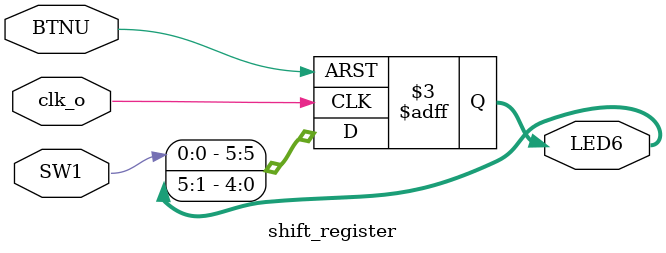
<source format=v>
module shift_register(
    clk_o,
    BTNU,
    SW1,
    LED6
    );
input clk_o, BTNU, SW1;
output [5:0] LED6;

reg     [5:0]   LED6;

always@(negedge BTNU or posedge clk_o) begin
    if(~BTNU)
        LED6 <= 0;
    else
        LED6 <= {SW1, LED6[5:1]};
    end
endmodule

</source>
